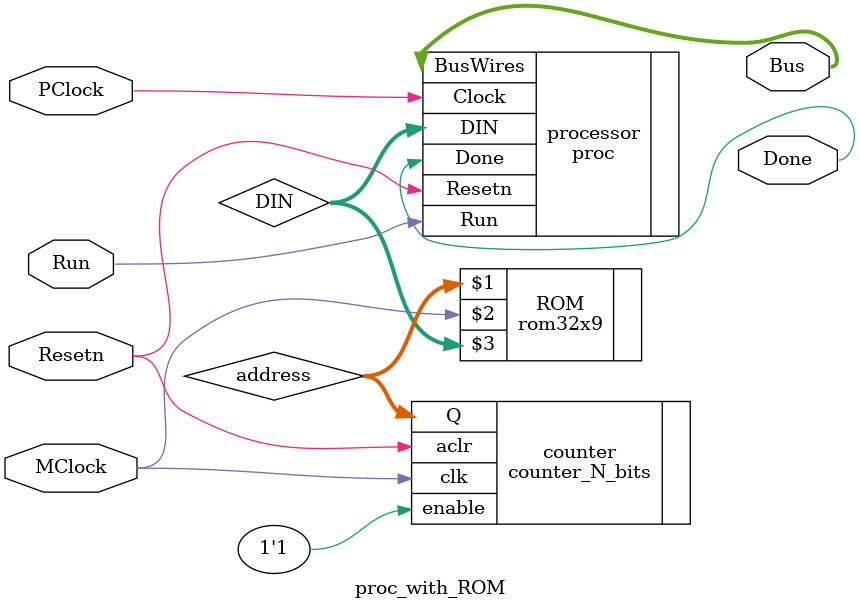
<source format=v>
module proc_with_ROM(input MClock, PClock, Resetn, Run,
							output [8:0] Bus,
							output Done);
							
	wire [4:0] address;
	
	counter_N_bits #(5) counter(.clk(MClock), .aclr(Resetn), .enable(1'b1), .Q(address));
	
	wire [8:0] DIN;
	
	rom32x9 ROM(address, MClock, DIN);
	
	proc processor(.DIN(DIN), .Resetn(Resetn), .Clock(PClock), .Run(Run), .Done(Done), .BusWires(Bus));
	
endmodule
	
</source>
